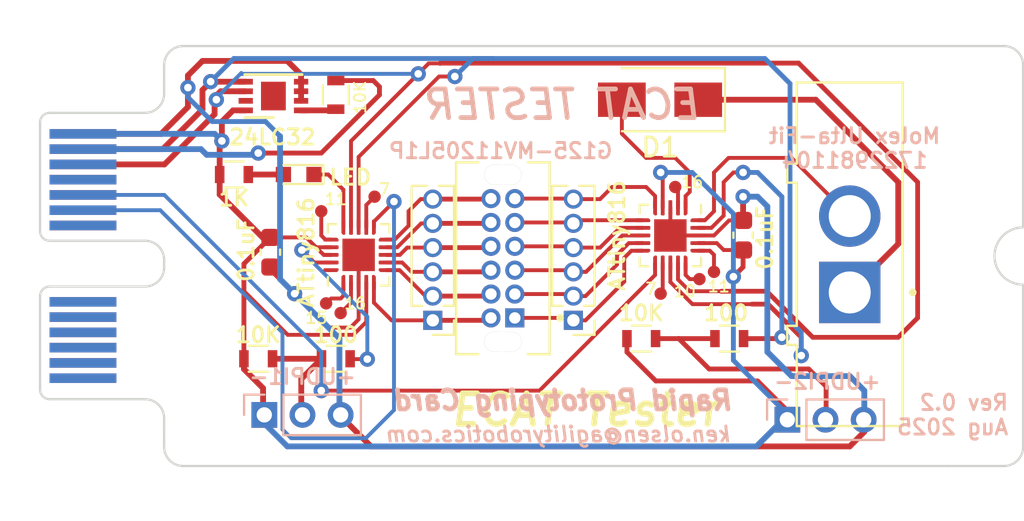
<source format=kicad_pcb>
(kicad_pcb (version 20211014) (generator pcbnew)
  (title_block (title "Beetje 32U4 Blok") (date "2018-08-10") (rev "0.0") (company "www.MakersBox.us") (comment 1 "648.ken@gmail.com"))
  (layers (0 "F.Cu" signal) (31 "B.Cu" signal) (34 "B.Paste" user) (35 "F.Paste" user) (36 "B.SilkS" user "B.Silkscreen") (37 "F.SilkS" user "F.Silkscreen") (38 "B.Mask" user) (39 "F.Mask" user) (44 "Edge.Cuts" user))
  (net 0 "")
  (net 1 "/10")
  (net 2 "/04")
  (net 3 "/05")
  (net 4 "/06")
  (net 5 "/07")
  (net 6 "/08")
  (net 7 "/09")
  (net 8 "/11")
  (net 9 "/12")
  (net 10 "/18")
  (net 11 "/19")
  (net 12 "/20")
  (net 13 "/03")
  (net 14 "GND")
  (net 15 "+5V")
  (net 16 "Net-(R1-Pad1)")
  (net 17 "/A")
  (net 19 "Net-(D3-Pad2)")
  (net 20 "Net-(J3-Pad2)")
  (net 21 "/INT")
  (net 22 "/01")
  (net 23 "/02")
  (net 24 "/13")
  (net 25 "/14")
  (net 26 "/15")
  (net 27 "/16")
  (net 28 "/17")
  (net 29 "Net-(D3-Pad1)")
  (net 30 "/SCL")
  (net 31 "/SDA")
  (net 32 "/L1_A")
  (net 33 "/PWR1")
  (net 34 "/GND1")
  (net 35 "/GND2")
  (net 36 "/L1_B")
  (net 37 "Net-(D1-Pad1)")
  (net 38 "Net-(J11-Pad1)")
  (net 39 "/L2_A")
  (net 40 "/L2_B")
  (net 41 "/T1_A")
  (net 42 "/T1_B")
  (net 43 "/T2_A")
  (net 44 "/T2_B")
  (net 45 "/STO2")
  (net 46 "/STO1")
  (net 47 "Net-(J2-Pad2)")
  (net 48 "Net-(J7-Pad1)")
  (net 49 "Net-(J10-Pad1)")
  (net 50 "/STO2RET")
  (net 51 "/STO1RET")
  (net 52 "/UDPI2")
  (net 53 "/UDPI1")
  (net 54 "Net-(J8-Pad1)")
  (net 55 "Net-(J9-Pad1)")
  (net 56 "Net-(J12-Pad1)")
  (net 57 "Net-(J13-Pad1)")
  (net 58 "Net-(J14-Pad1)")
  (footprint "footprints:MEC8-113-CARD_2" (layer "F.Cu") (at 115.062 114.454 90)
    (fp_text reference "X0")
    (fp_text value "Card Edge")
    (fp_line (start 8.4 0.5) (end 8.4 5.5) (layer "Edge.Cuts") (width 0.12))
    (fp_line (start 1 6.5) (end 1.5 6.5) (layer "Edge.Cuts") (width 0.12))
    (fp_line (start 8.5 51.5) (end 1 51.5) (layer "Edge.Cuts") (width 0.12))
    (fp_line (start 17.5 0.5) (end 17.5 5.5) (layer "Edge.Cuts") (width 0.12))
    (fp_line (start 19 51.5) (end 20 51.5) (layer "Edge.Cuts") (width 0.12))
    (fp_line (start 2.5 0.5) (end 2.5 5.5) (layer "Edge.Cuts") (width 0.12))
    (fp_line (start 19 6.5) (end 20 6.5) (layer "Edge.Cuts") (width 0.12))
    (fp_line (start 17 0) (end 11.3 0) (layer "Edge.Cuts") (width 0.12))
    (fp_line (start 3 0) (end 7.9 0) (layer "Edge.Cuts") (width 0.12))
    (fp_line (start 10.8 5.5) (end 10.8 0.5) (layer "Edge.Cuts") (width 0.12))
    (fp_line (start 21 50.5) (end 21 47.5) (layer "Edge.Cuts") (width 0.12))
    (fp_line (start 0 6.5) (end 1 6.5) (layer "Edge.Cuts") (width 0.12))
    (fp_line (start -1 47.5) (end -1 7.5) (layer "Edge.Cuts") (width 0.12))
    (fp_line (start -1 50.5) (end -1 47.5) (layer "Edge.Cuts") (width 0.12))
    (fp_line (start 0 51.5) (end 1 51.5) (layer "Edge.Cuts") (width 0.12))
    (fp_line (start 9.4 6.5) (end 9.8 6.5) (layer "Edge.Cuts") (width 0.12))
    (fp_line (start 11.5 51.5) (end 19 51.5) (layer "Edge.Cuts") (width 0.12))
    (fp_line (start 18.5 6.5) (end 19 6.5) (layer "Edge.Cuts") (width 0.12))
    (fp_line (start 21 7.5) (end 21 47.5) (layer "Edge.Cuts") (width 0.12))
    (fp_arc (start 18.5 6.5) (mid 17.792893 6.207107) (end 17.5 5.5) (layer "Edge.Cuts") (width 0.12))
    (fp_arc (start 2.5 0.5) (mid 2.646447 0.146447) (end 3 0) (layer "Edge.Cuts") (width 0.12))
    (fp_arc (start 7.9 0) (mid 8.253553 0.146447) (end 8.4 0.5) (layer "Edge.Cuts") (width 0.12))
    (fp_arc (start 17 0) (mid 17.353553 0.146447) (end 17.5 0.5) (layer "Edge.Cuts") (width 0.12))
    (fp_arc (start -1 7.5) (mid -0.707107 6.792893) (end 0 6.5) (layer "Edge.Cuts") (width 0.12))
    (fp_arc (start 8.5 51.5) (mid 10 50) (end 11.5 51.5) (layer "Edge.Cuts") (width 0.12))
    (fp_arc (start 10.8 0.5) (mid 10.946447 0.146447) (end 11.3 0) (layer "Edge.Cuts") (width 0.12))
    (fp_arc (start 21 50.5) (mid 20.707107 51.207107) (end 20 51.5) (layer "Edge.Cuts") (width 0.12))
    (fp_arc (start 10.8 5.5) (mid 10.507107 6.207107) (end 9.8 6.5) (layer "Edge.Cuts") (width 0.12))
    (fp_arc (start 20 6.5) (mid 20.707107 6.792893) (end 21 7.5) (layer "Edge.Cuts") (width 0.12))
    (fp_arc (start 9.4 6.5) (mid 8.692893 6.207107) (end 8.4 5.5) (layer "Edge.Cuts") (width 0.12))
    (fp_arc (start 2.5 5.5) (mid 2.207107 6.207107) (end 1.5 6.5) (layer "Edge.Cuts") (width 0.12))
    (fp_arc (start 0 51.5) (mid -0.707107 51.207107) (end -1 50.5) (layer "Edge.Cuts") (width 0.12))
  )
  (footprint "Capacitor_SMD:C_0603_1608Metric" (layer "F.Cu") (at 127.127 104.254 -90)
    (fp_text reference "C1" hide)
    (fp_text value "0.1uF")
  )
  (footprint "footprints:LED_0603" (layer "F.Cu") (at 128.612 100.184 180)
    (fp_text reference "D3" hide)
    (fp_text value "LED")
  )
  (footprint "footprints:R_0603" (layer "F.Cu") (at 126.492 109.836 180)
    (fp_text reference "R5")
    (fp_text value "10K")
  )
  (footprint "Package_DFN_QFN:VQFN-20-1EP_3x3mm_P0.4mm_EP1.7x1.7mm" (layer "F.Cu") (at 131.752 104.394 90)
    (fp_text reference "U3" hide)
    (fp_text value "ATtiny816")
  )
  (footprint "footprints:R_0603" (layer "F.Cu") (at 130.556 109.836 180)
    (fp_text reference "R4")
    (fp_text value "100")
  )
  (footprint "footprints:R_0603" (layer "F.Cu") (at 130.556 96.012 90)
    (fp_text reference "R1")
    (fp_text value "10K")
  )
  (footprint "footprints:R_0603" (layer "F.Cu") (at 125.222 100.184 180)
    (fp_text reference "R7")
    (fp_text value "1K")
  )
  (footprint "footprints:DFN-8-1EP_3x2mm" (layer "F.Cu") (at 127.287 96.073 180)
    (fp_text reference "U1" hide)
    (fp_text value "24LC32")
  )
  (footprint "Capacitor_SMD:C_0603_1608Metric" (layer "F.Cu") (at 151.892 103.363 90)
    (fp_text reference "C2" hide)
    (fp_text value "0.1uF")
  )
  (footprint "footprints:HARWIN_M80-5000000M1-02-PM1-00-000" (layer "F.Cu") (at 157.48 104.362 -90)
    (fp_text reference "J1" hide)
    (fp_text value "M80")
  )
  (footprint "footprints:TestPoint_Pad_D0.65mm" (layer "F.Cu") (at 129.794 102.108)
    (fp_text reference "J8" hide)
    (fp_text value "11")
  )
  (footprint "footprints:TestPoint_Pad_D0.65mm" (layer "F.Cu") (at 130.048 106.934)
    (fp_text reference "J7" hide)
    (fp_text value "15")
  )
  (footprint "footprints:TestPoint_Pad_D0.65mm" (layer "F.Cu") (at 149.606 105.664)
    (fp_text reference "J11" hide)
    (fp_text value "10")
  )
  (footprint "footprints:R_0603" (layer "F.Cu") (at 151.168 108.78 180)
    (fp_text reference "R2")
    (fp_text value "100")
  )
  (footprint "footprints:TestPoint_Pad_D0.65mm" (layer "F.Cu") (at 148.336 100.838)
    (fp_text reference "J13" hide)
    (fp_text value "16")
  )
  (footprint "footprints:TestPoint_Pad_D0.65mm" (layer "F.Cu") (at 150.368 105.283)
    (fp_text reference "J12" hide)
    (fp_text value "11")
  )
  (footprint "Connector_PinHeader_1.27mm:PinHeader_1x06_P1.27mm_Vertical" (layer "F.Cu") (at 143.002 107.823 180)
    (fp_text reference "J15" hide)
    (fp_text value "TPs")
  )
  (footprint "footprints:R_0603" (layer "F.Cu") (at 146.558 108.78 180)
    (fp_text reference "R3")
    (fp_text value "10K")
  )
  (footprint "footprints:HARWIN_G125-MV11205L1P" (layer "F.Cu") (at 139.309 104.571 90)
    (fp_text reference "J16")
    (fp_text value "GECKO 12P")
    (fp_line (start -3.85 -0.45) (end -3.85 0.45) (layer "Edge.Cuts") (width 0.01))
    (fp_line (start -4.9 0.45) (end -4.9 -0.45) (layer "Edge.Cuts") (width 0.01))
    (fp_line (start 3.85 0.45) (end 3.85 -0.45) (layer "Edge.Cuts") (width 0.01))
    (fp_line (start 4.9 -0.45) (end 4.9 0.45) (layer "Edge.Cuts") (width 0.01))
    (fp_arc (start 4.9 0.45) (mid 4.746231 0.821231) (end 4.375 0.975) (layer "Edge.Cuts") (width 0.01))
    (fp_arc (start -4.375 0.975) (mid -4.746231 0.821231) (end -4.9 0.45) (layer "Edge.Cuts") (width 0.01))
    (fp_arc (start -4.375 -0.975) (mid -4.003769 -0.821231) (end -3.85 -0.45) (layer "Edge.Cuts") (width 0.01))
    (fp_arc (start -4.9 -0.45) (mid -4.746231 -0.821231) (end -4.375 -0.975) (layer "Edge.Cuts") (width 0.01))
    (fp_arc (start 4.375 0.975) (mid 4.003769 0.821231) (end 3.85 0.45) (layer "Edge.Cuts") (width 0.01))
    (fp_arc (start 4.375 -0.975) (mid 4.746231 -0.821231) (end 4.9 -0.45) (layer "Edge.Cuts") (width 0.01))
    (fp_arc (start 3.85 -0.45) (mid 4.003769 -0.821231) (end 4.375 -0.975) (layer "Edge.Cuts") (width 0.01))
    (fp_arc (start -3.85 0.45) (mid -4.003769 0.821231) (end -4.375 0.975) (layer "Edge.Cuts") (width 0.01))
  )
  (footprint "Package_DFN_QFN:VQFN-20-1EP_3x3mm_P0.4mm_EP1.7x1.7mm" (layer "F.Cu") (at 148.082 103.378 -90)
    (fp_text reference "U2" hide)
    (fp_text value "ATtiny816")
  )
  (footprint "footprints:TestPoint_Pad_D0.65mm" (layer "F.Cu") (at 130.81 107.442)
    (fp_text reference "J9" hide)
    (fp_text value "16")
  )
  (footprint "Connector_PinHeader_1.27mm:PinHeader_1x06_P1.27mm_Vertical" (layer "F.Cu") (at 135.636 107.823 180)
    (fp_text reference "J18" hide)
    (fp_text value "Conn_01x06")
  )
  (footprint "footprints:TestPoint_Pad_D0.65mm" (layer "F.Cu") (at 132.588 101.346)
    (fp_text reference "J10" hide)
    (fp_text value "7")
  )
  (footprint "footprints:D_SMA" (layer "F.Cu") (at 147.542 96.266 180)
    (fp_text reference "D1")
    (fp_text value "SS14")
  )
  (footprint "footprints:TestPoint_Pad_D0.65mm" (layer "F.Cu") (at 147.574 106.426)
    (fp_text reference "J14" hide)
    (fp_text value "7")
  )
  (footprint "Connector_PinHeader_2.00mm:PinHeader_1x03_P2.00mm_Vertical" (layer "B.Cu") (at 126.81 112.776 -90)
    (fp_text reference "J3" hide)
    (fp_text value "+UDPI1-")
  )
  (footprint "Connector_PinHeader_2.00mm:PinHeader_1x03_P2.00mm_Vertical" (layer "B.Cu") (at 154.21 113.03 -90)
    (fp_text reference "J2" hide)
    (fp_text value "+UDPI2-")
  )
  (gr_text "ken.olsen@agilityrobotics.com" (at 142.24 113.792) (layer "B.SilkS") (effects (font (size 0.8 0.8) (thickness 0.15) italic) (justify mirror)))
  (gr_text "ECAT TESTER" (at 142.494 96.52) (layer "B.SilkS") (effects (font (size 1.5 1.5) (thickness 0.25) italic) (justify mirror)))
  (gr_text "Rev 0.2\nAug 2025" (at 165.862 112.776) (layer "B.SilkS") (effects (font (size 0.8 0.8)) (justify left mirror)))
  (gr_text "Rapid Prototyping Card" (at 142.494 112.014) (layer "B.SilkS") (effects (font (size 1 1) (thickness 0.25) italic) (justify mirror)))
  (gr_text "Molex Ulta-Fit\n1722981104" (at 157.734 98.806) (layer "B.SilkS") (effects (font (size 0.8 0.8)) (justify mirror)))
  (gr_text "\nG125-MV11205L1P" (at 139.192 98.298) (layer "B.SilkS") (effects (font (size 0.8 0.8)) (justify mirror)))
  (gr_text "ECAT Tester" (at 143.637 112.522) (layer "F.SilkS") (effects (font (size 1.6 1.6) (thickness 0.3) italic)))
  (segment (start 132.552 102.944) (end 132.552 102.652) (width 0.2032) (layer "F.Cu") (net 6))
  (segment (start 132.552 102.652) (end 133.604 101.6) (width 0.2032) (layer "F.Cu") (net 6))
  (via (at 133.604 101.6) (size 0.8) (drill 0.4) (layers "F.Cu" "B.Cu") (net 6))
  (segment (start 127.762 113.538) (end 128.222 113.998) (width 0.2032) (layer "B.Cu") (net 6))
  (segment (start 132.128 113.998) (end 133.604 112.522) (width 0.2032) (layer "B.Cu") (net 6))
  (segment (start 127.762 108.458) (end 127.762 113.538) (width 0.2032) (layer "B.Cu") (net 6))
  (segment (start 128.222 113.998) (end 132.128 113.998) (width 0.2032) (layer "B.Cu") (net 6))
  (segment (start 117.312 102.054) (end 121.358 102.054) (width 0.2032) (layer "B.Cu") (net 6))
  (segment (start 133.604 112.522) (end 133.604 101.6) (width 0.2032) (layer "B.Cu") (net 6))
  (segment (start 121.358 102.054) (end 127.762 108.458) (width 0.2032) (layer "B.Cu") (net 6))
  (segment (start 147.282 105.448) (end 141.224 111.506) (width 0.2032) (layer "F.Cu") (net 7))
  (segment (start 147.282 104.828) (end 147.282 105.448) (width 0.2032) (layer "F.Cu") (net 7))
  (segment (start 141.224 111.506) (end 129.794 111.506) (width 0.2032) (layer "F.Cu") (net 7))
  (via (at 129.794 111.506) (size 0.8) (drill 0.4) (layers "F.Cu" "B.Cu") (net 7))
  (segment (start 117.312 101.254) (end 121.574 101.254) (width 0.2032) (layer "B.Cu") (net 7))
  (segment (start 129.794 109.474) (end 129.794 111.506) (width 0.2032) (layer "B.Cu") (net 7))
  (segment (start 121.574 101.254) (end 129.794 109.474) (width 0.2032) (layer "B.Cu") (net 7))
  (segment (start 148.082 101.928) (end 148.082 103.378) (width 0.2032) (layer "F.Cu") (net 14))
  (segment (start 151.892 102.588) (end 151.892 101.346) (width 0.3048) (layer "F.Cu") (net 14))
  (segment (start 128.737 95.823) (end 128.737 96.323) (width 0.3048) (layer "F.Cu") (net 14))
  (segment (start 158.242 112.776) (end 158.242 113.665) (width 0.3048) (layer "F.Cu") (net 14))
  (segment (start 149.532 103.378) (end 148.082 103.378) (width 0.2032) (layer "F.Cu") (net 14))
  (segment (start 122.809 94.996) (end 123.571 94.234) (width 0.3048) (layer "F.Cu") (net 14))
  (segment (start 127.127 105.029) (end 127.127 105.156) (width 0.254) (layer "F.Cu") (net 14))
  (segment (start 128.737 95.323) (end 128.737 95.823) (width 0.3048) (layer "F.Cu") (net 14))
  (segment (start 131.752 105.844) (end 131.752 107.77) (width 0.2032) (layer "F.Cu") (net 14))
  (segment (start 123.571 94.234) (end 128.016 94.234) (width 0.3048) (layer "F.Cu") (net 14))
  (segment (start 130.175 108.204) (end 128.397 106.426) (width 0.2032) (layer "F.Cu") (net 14))
  (segment (start 128.737 94.955) (end 128.737 95.323) (width 0.3048) (layer "F.Cu") (net 14))
  (segment (start 149.532 103.378) (end 150.368 103.378) (width 0.2032) (layer "F.Cu") (net 14))
  (segment (start 150.368 103.378) (end 151.158 102.588) (width 0.2032) (layer "F.Cu") (net 14))
  (segment (start 157.48 114.427) (end 132.397 114.427) (width 0.3048) (layer "F.Cu") (net 14))
  (segment (start 131.752 107.77) (end 131.318 108.204) (width 0.2032) (layer "F.Cu") (net 14))
  (segment (start 121.402 98.054) (end 122.809 96.647) (width 0.3048) (layer "F.Cu") (net 14))
  (segment (start 151.158 102.588) (end 151.892 102.588) (width 0.2032) (layer "F.Cu") (net 14))
  (segment (start 117.312 98.054) (end 121.402 98.054) (width 0.3048) (layer "F.Cu") (net 14))
  (segment (start 122.809 96.647) (end 122.809 94.996) (width 0.3048) (layer "F.Cu") (net 14))
  (segment (start 128.016 94.234) (end 128.737 94.955) (width 0.3048) (layer "F.Cu") (net 14))
  (segment (start 131.752 105.844) (end 131.752 104.394) (width 0.2032) (layer "F.Cu") (net 14))
  (segment (start 131.318 108.204) (end 130.175 108.204) (width 0.2032) (layer "F.Cu") (net 14))
  (segment (start 158.242 113.665) (end 157.48 114.427) (width 0.3048) (layer "F.Cu") (net 14))
  (segment (start 127.127 105.156) (end 128.397 106.426) (width 0.254) (layer "F.Cu") (net 14))
  (segment (start 132.397 114.427) (end 130.746 112.776) (width 0.3048) (layer "F.Cu") (net 14))
  (via (at 128.397 106.426) (size 0.8) (drill 0.4) (layers "F.Cu" "B.Cu") (net 14))
  (via (at 122.809 95.631) (size 0.8) (drill 0.4) (layers "F.Cu" "B.Cu") (net 14))
  (via (at 151.892 101.346) (size 0.8) (drill 0.4) (layers "F.Cu" "B.Cu") (net 14))
  (segment (start 158.242 111.506) (end 158.242 112.776) (width 0.3048) (layer "B.Cu") (net 14))
  (segment (start 127.635 98.171) (end 127.635 105.664) (width 0.3048) (layer "B.Cu") (net 14))
  (segment (start 127.635 105.664) (end 128.397 106.426) (width 0.3048) (layer "B.Cu") (net 14))
  (segment (start 153.162 101.854) (end 153.162 109.474) (width 0.3048) (layer "B.Cu") (net 14))
  (segment (start 130.746 108.775) (end 130.746 112.776) (width 0.3048) (layer "B.Cu") (net 14))
  (segment (start 128.397 106.426) (end 130.746 108.775) (width 0.3048) (layer "B.Cu") (net 14))
  (segment (start 152.654 101.346) (end 153.162 101.854) (width 0.3048) (layer "B.Cu") (net 14))
  (segment (start 153.162 109.474) (end 154.432 110.744) (width 0.3048) (layer "B.Cu") (net 14))
  (segment (start 126.873 97.409) (end 127.635 98.171) (width 0.254) (layer "B.Cu") (net 14))
  (segment (start 122.809 96.139) (end 124.079 97.409) (width 0.254) (layer "B.Cu") (net 14))
  (segment (start 122.809 95.631) (end 122.809 96.139) (width 0.254) (layer "B.Cu") (net 14))
  (segment (start 151.892 101.346) (end 152.654 101.346) (width 0.3048) (layer "B.Cu") (net 14))
  (segment (start 157.48 110.744) (end 158.242 111.506) (width 0.3048) (layer "B.Cu") (net 14))
  (segment (start 154.432 110.744) (end 157.48 110.744) (width 0.3048) (layer "B.Cu") (net 14))
  (segment (start 124.079 97.409) (end 126.873 97.409) (width 0.254) (layer "B.Cu") (net 14))
  (segment (start 147.682 100.184) (end 147.574 100.076) (width 0.2032) (layer "F.Cu") (net 15))
  (segment (start 126.72 103.479) (end 127.127 103.479) (width 0.3048) (layer "F.Cu") (net 15))
  (segment (start 150.876 104.14) (end 151.89 104.14) (width 0.2032) (layer "F.Cu") (net 15))
  (segment (start 132.152 105.844) (end 132.152 107.904856) (width 0.2032) (layer "F.Cu") (net 15))
  (segment (start 124.587 97.409) (end 125.173 96.823) (width 0.3048) (layer "F.Cu") (net 15))
  (segment (start 128.037201 108.582201) (end 125.742 106.287) (width 0.2032) (layer "F.Cu") (net 15))
  (segment (start 125.742 109.836) (end 125.742 106.438) (width 0.254) (layer "F.Cu") (net 15))
  (segment (start 126.746 111.379) (end 126.746 112.776) (width 0.3048) (layer "F.Cu") (net 15))
  (segment (start 125.742 109.836) (end 125.742 110.375) (width 0.3048) (layer "F.Cu") (net 15))
  (segment (start 125.173 96.823) (end 125.837 96.823) (width 0.3048) (layer "F.Cu") (net 15))
  (segment (start 131.474655 108.582201) (end 128.037201 108.582201) (width 0.2032) (layer "F.Cu") (net 15))
  (segment (start 151.892 104.138) (end 151.892 105.029) (width 0.254) (layer "F.Cu") (net 15))
  (segment (start 125.742 106.287) (end 125.742 104.864) (width 0.254) (layer "F.Cu") (net 15))
  (segment (start 129.921 104.394) (end 129.521 103.994) (width 0.2032) (layer "F.Cu") (net 15))
  (segment (start 154.242 112.586) (end 154.242 112.776) (width 0.254) (layer "F.Cu") (net 15))
  (segment (start 132.152 107.904856) (end 131.474655 108.582201) (width 0.2032) (layer "F.Cu") (net 15))
  (segment (start 124.587 98.425) (end 124.587 97.409) (width 0.3048) (layer "F.Cu") (net 15))
  (segment (start 124.472 100.184) (end 124.472 98.54) (width 0.3048) (layer "F.Cu") (net 15))
  (segment (start 129.521 103.994) (end 129.006 103.479) (width 0.2032) (layer "F.Cu") (net 15))
  (segment (start 124.472 100.184) (end 124.472 101.231) (width 0.3048) (layer "F.Cu") (net 15))
  (segment (start 149.532 103.778) (end 150.514 103.778) (width 0.2032) (layer "F.Cu") (net 15))
  (segment (start 124.472 101.231) (end 126.72 103.479) (width 0.3048) (layer "F.Cu") (net 15))
  (segment (start 147.682 101.928) (end 147.682 100.184) (width 0.2032) (layer "F.Cu") (net 15))
  (segment (start 151.89 104.14) (end 151.892 104.138) (width 0.2032) (layer "F.Cu") (net 15))
  (segment (start 145.808 108.78) (end 145.808 109.486) (width 0.254) (layer "F.Cu") (net 15))
  (segment (start 125.742 110.375) (end 126.746 111.379) (width 0.3048) (layer "F.Cu") (net 15))
  (segment (start 147.32 110.998) (end 152.654 110.998) (width 0.254) (layer "F.Cu") (net 15))
  (segment (start 125.742 106.438) (end 125.742 106.287) (width 0.254) (layer "F.Cu") (net 15))
  (segment (start 129.006 103.479) (end 127.127 103.479) (width 0.2032) (layer "F.Cu") (net 15))
  (segment (start 130.302 103.994) (end 129.521 103.994) (width 0.2032) (layer "F.Cu") (net 15))
  (segment (start 152.654 110.998) (end 154.242 112.586) (width 0.254) (layer "F.Cu") (net 15))
  (segment (start 124.472 98.54) (end 124.587 98.425) (width 0.3048) (layer "F.Cu") (net 15))
  (segment (start 130.302 104.394) (end 129.921 104.394) (width 0.2032) (layer "F.Cu") (net 15))
  (segment (start 145.808 109.486) (end 147.32 110.998) (width 0.254) (layer "F.Cu") (net 15))
  (segment (start 125.742 104.864) (end 127.127 103.479) (width 0.254) (layer "F.Cu") (net 15))
  (segment (start 150.514 103.778) (end 150.876 104.14) (width 0.2032) (layer "F.Cu") (net 15))
  (segment (start 151.892 105.029) (end 151.384 105.537) (width 0.254) (layer "F.Cu") (net 15))
  (via (at 124.587 98.425) (size 0.8) (drill 0.4) (layers "F.Cu" "B.Cu") (net 15))
  (via (at 151.384 105.537) (size 0.8) (drill 0.4) (layers "F.Cu" "B.Cu") (net 15))
  (via (at 147.574 100.076) (size 0.8) (drill 0.4) (layers "F.Cu" "B.Cu") (net 15))
  (segment (start 151.384 102.235) (end 151.384 105.537) (width 0.254) (layer "B.Cu") (net 15))
  (segment (start 117.312 98.054) (end 124.216 98.054) (width 0.3048) (layer "B.Cu") (net 15))
  (segment (start 128.016 114.427) (end 152.591 114.427) (width 0.3048) (layer "B.Cu") (net 15))
  (segment (start 151.384 105.537) (end 151.384 109.918) (width 0.254) (layer "B.Cu") (net 15))
  (segment (start 126.746 113.157) (end 128.016 114.427) (width 0.3048) (layer "B.Cu") (net 15))
  (segment (start 151.384 109.918) (end 154.242 112.776) (width 0.254) (layer "B.Cu") (net 15))
  (segment (start 152.591 114.427) (end 154.242 112.776) (width 0.3048) (layer "B.Cu") (net 15))
  (segment (start 149.225 100.076) (end 151.384 102.235) (width 0.254) (layer "B.Cu") (net 15))
  (segment (start 124.216 98.054) (end 124.587 98.425) (width 0.3048) (layer "B.Cu") (net 15))
  (segment (start 126.746 112.776) (end 126.746 113.157) (width 0.3048) (layer "B.Cu") (net 15))
  (segment (start 147.574 100.076) (end 149.225 100.076) (width 0.254) (layer "B.Cu") (net 15))
  (segment (start 128.737 96.823) (end 130.495 96.823) (width 0.3048) (layer "F.Cu") (net 16))
  (segment (start 130.495 96.823) (end 130.556 96.762) (width 0.3048) (layer "F.Cu") (net 16))
  (segment (start 132.842 96.012) (end 129.794 99.06) (width 0.254) (layer "F.Cu") (net 17))
  (segment (start 132.5178 95.262) (end 132.842 95.5862) (width 0.254) (layer "F.Cu") (net 17))
  (segment (start 132.842 95.5862) (end 132.842 96.012) (width 0.254) (layer "F.Cu") (net 17))
  (segment (start 130.556 95.262) (end 132.5178 95.262) (width 0.254) (layer "F.Cu") (net 17))
  (segment (start 129.794 99.06) (end 126.492 99.06) (width 0.254) (layer "F.Cu") (net 17))
  (via (at 126.492 99.06) (size 0.8) (drill 0.4) (layers "F.Cu" "B.Cu") (net 17))
  (segment (start 123.492 98.854) (end 123.7904 99.1524) (width 0.3048) (layer "B.Cu") (net 17))
  (segment (start 123.7904 99.1524) (end 126.3996 99.1524) (width 0.3048) (layer "B.Cu") (net 17))
  (segment (start 126.3996 99.1524) (end 126.492 99.06) (width 0.3048) (layer "B.Cu") (net 17))
  (segment (start 117.312 98.854) (end 123.492 98.854) (width 0.3048) (layer "B.Cu") (net 17))
  (segment (start 125.972 100.184) (end 127.812 100.184) (width 0.3048) (layer "F.Cu") (net 19))
  (segment (start 128.746 110.896) (end 129.806 109.836) (width 0.3048) (layer "F.Cu") (net 20))
  (segment (start 128.746 112.776) (end 128.746 110.896) (width 0.3048) (layer "F.Cu") (net 20))
  (segment (start 127.242 109.836) (end 129.806 109.836) (width 0.3048) (layer "F.Cu") (net 20))
  (segment (start 130.952 100.98) (end 130.156 100.184) (width 0.2032) (layer "F.Cu") (net 29))
  (segment (start 130.952 102.944) (end 130.952 100.98) (width 0.2032) (layer "F.Cu") (net 29))
  (segment (start 130.156 100.184) (end 129.412 100.184) (width 0.2032) (layer "F.Cu") (net 29))
  (segment (start 157.734 97.282) (end 154.800125 94.348125) (width 0.254) (layer "F.Cu") (net 30))
  (segment (start 154.800125 94.348125) (end 136.029875 94.348125) (width 0.254) (layer "F.Cu") (net 30))
  (segment (start 121.58 99.654) (end 124.206 97.028) (width 0.3048) (layer "F.Cu") (net 30))
  (segment (start 160.02 108.712) (end 155.541041 108.712) (width 0.25) (layer "F.Cu") (net 30))
  (segment (start 157.734 97.282) (end 161.036 100.584) (width 0.25) (layer "F.Cu") (net 30))
  (segment (start 161.036 100.584) (end 161.036 107.696) (width 0.25) (layer "F.Cu") (net 30))
  (segment (start 124.206 96.139) (end 124.206 96.170437) (width 0.2032) (layer "F.Cu") (net 30))
  (segment (start 131.352 98.4321) (end 134.874 94.9101) (width 0.2032) (layer "F.Cu") (net 30))
  (segment (start 153.128041 106.299) (end 150.749 106.299) (width 0.25) (layer "F.Cu") (net 30))
  (segment (start 124.206 96.170437) (end 124.2979 96.262337) (width 0.2032) (layer "F.Cu") (net 30))
  (segment (start 136.029875 94.348125) (end 136.017 94.361) (width 0.254) (layer "F.Cu") (net 30))
  (segment (start 124.206 96.139) (end 124.522 95.823) (width 0.3048) (layer "F.Cu") (net 30))
  (segment (start 155.541041 108.712) (end 153.128041 106.299) (width 0.25) (layer "F.Cu") (net 30))
  (segment (start 131.352 102.944) (end 131.352 98.4321) (width 0.2032) (layer "F.Cu") (net 30))
  (segment (start 124.206 97.028) (end 124.206 96.139) (width 0.3048) (layer "F.Cu") (net 30))
  (segment (start 148.482 105.683) (end 148.482 104.828) (width 0.2032) (layer "F.Cu") (net 30))
  (segment (start 150.749 106.299) (end 149.098 106.299) (width 0.2032) (layer "F.Cu") (net 30))
  (segment (start 134.874 94.9101) (end 135.4231 94.361) (width 0.2032) (layer "F.Cu") (net 30))
  (segment (start 124.522 95.823) (end 125.837 95.823) (width 0.3048) (layer "F.Cu") (net 30))
  (segment (start 117.312 99.654) (end 121.58 99.654) (width 0.3048) (layer "F.Cu") (net 30))
  (segment (start 149.098 106.299) (end 148.482 105.683) (width 0.2032) (layer "F.Cu") (net 30))
  (segment (start 161.036 107.696) (end 160.02 108.712) (width 0.25) (layer "F.Cu") (net 30))
  (segment (start 135.4231 94.361) (end 136.017 94.361) (width 0.2032) (layer "F.Cu") (net 30))
  (via (at 134.874 94.9101) (size 0.8) (drill 0.4) (layers "F.Cu" "B.Cu") (net 30))
  (via (at 124.2979 96.262337) (size 0.8) (drill 0.4) (layers "F.Cu" "B.Cu") (net 30))
  (segment (start 125.6441 94.9101) (end 134.874 94.9101) (width 0.2032) (layer "B.Cu") (net 30))
  (segment (start 124.2979 96.1741) (end 125.603 94.869) (width 0.2032) (layer "B.Cu") (net 30))
  (segment (start 125.603 94.869) (end 125.6441 94.9101) (width 0.2032) (layer "B.Cu") (net 30))
  (segment (start 124.2979 96.262337) (end 124.2979 96.1741) (width 0.2032) (layer "B.Cu") (net 30))
  (segment (start 131.752 99.261) (end 135.962875 95.050125) (width 0.2032) (layer "F.Cu") (net 31))
  (segment (start 124.006 95.323) (end 125.837 95.323) (width 0.3048) (layer "F.Cu") (net 31))
  (segment (start 153.2031 106.9751) (end 154.94 108.712) (width 0.25) (layer "F.Cu") (net 31))
  (segment (start 121.491 98.854) (end 123.571 96.774) (width 0.3048) (layer "F.Cu") (net 31))
  (segment (start 117.312 98.854) (end 121.491 98.854) (width 0.3048) (layer "F.Cu") (net 31))
  (segment (start 148.082 104.828) (end 148.082 105.817856) (width 0.2032) (layer "F.Cu") (net 31))
  (segment (start 124.005813 95.323) (end 123.99991 95.317097) (width 0.2032) (layer "F.Cu") (net 31))
  (segment (start 152.3589 106.9751) (end 153.2031 106.9751) (width 0.25) (layer "F.Cu") (net 31))
  (segment (start 149.239244 106.9751) (end 152.3589 106.9751) (width 0.2032) (layer "F.Cu") (net 31))
  (segment (start 135.962875 95.050125) (end 136.792025 95.050125) (width 0.2032) (layer "F.Cu") (net 31))
  (segment (start 131.752 102.944) (end 131.752 99.261) (width 0.2032) (layer "F.Cu") (net 31))
  (segment (start 124.006 95.323) (end 124.005813 95.323) (width 0.2032) (layer "F.Cu") (net 31))
  (segment (start 123.571 95.758) (end 124.006 95.323) (width 0.3048) (layer "F.Cu") (net 31))
  (segment (start 148.082 105.817856) (end 149.239244 106.9751) (width 0.2032) (layer "F.Cu") (net 31))
  (segment (start 123.571 96.774) (end 123.571 95.758) (width 0.3048) (layer "F.Cu") (net 31))
  (segment (start 154.94 108.712) (end 154.94 109.6705) (width 0.25) (layer "F.Cu") (net 31))
  (via (at 136.792025 95.050125) (size 0.8) (drill 0.4) (layers "F.Cu" "B.Cu") (net 31))
  (via (at 154.94 109.6705) (size 0.8) (drill 0.4) (layers "F.Cu" "B.Cu") (net 31))
  (via (at 123.99991 95.317097) (size 0.8) (drill 0.4) (layers "F.Cu" "B.Cu") (net 31))
  (segment (start 138.811 94.107) (end 153.035 94.107) (width 0.254) (layer "B.Cu") (net 31))
  (segment (start 125.210007 94.107) (end 138.811 94.107) (width 0.254) (layer "B.Cu") (net 31))
  (segment (start 154.353 95.425) (end 154.351 95.427) (width 0.25) (layer "B.Cu") (net 31))
  (segment (start 154.351 107.869) (end 154.94 108.458) (width 0.25) (layer "B.Cu") (net 31))
  (segment (start 154.178 95.25) (end 154.353 95.425) (width 0.254) (layer "B.Cu") (net 31))
  (segment (start 137.73515 94.107) (end 136.792025 95.050125) (width 0.254) (layer "B.Cu") (net 31))
  (segment (start 138.811 94.107) (end 137.73515 94.107) (width 0.254) (layer "B.Cu") (net 31))
  (segment (start 153.035 94.107) (end 154.178 95.25) (width 0.254) (layer "B.Cu") (net 31))
  (segment (start 154.351 95.427) (end 154.351 107.869) (width 0.25) (layer "B.Cu") (net 31))
  (segment (start 154.94 108.458) (end 154.94 109.6705) (width 0.25) (layer "B.Cu") (net 31))
  (segment (start 123.99991 95.317097) (end 125.210007 94.107) (width 0.254) (layer "B.Cu") (net 31))
  (segment (start 133.202 104.794) (end 134.030856 104.794) (width 0.2032) (layer "F.Cu") (net 32))
  (segment (start 135.636 105.283) (end 138.597 105.283) (width 0.254) (layer "F.Cu") (net 32))
  (segment (start 138.597 105.283) (end 138.684 105.196) (width 0.254) (layer "F.Cu") (net 32))
  (segment (start 134.030856 104.794) (end 134.519856 105.283) (width 0.2032) (layer "F.Cu") (net 32))
  (segment (start 134.519856 105.283) (end 135.636 105.283) (width 0.2032) (layer "F.Cu") (net 32))
  (segment (start 149.098 100.076) (end 148.336 99.314) (width 0.2032) (layer "F.Cu") (net 33))
  (segment (start 145.542 98.044) (end 146.812 99.314) (width 0.2032) (layer "F.Cu") (net 33))
  (segment (start 146.812 99.314) (end 148.336 99.314) (width 0.2032) (layer "F.Cu") (net 33))
  (segment (start 149.098 101.092) (end 149.098 100.076) (width 0.2032) (layer "F.Cu") (net 33))
  (segment (start 148.882 101.928) (end 148.882 101.308) (width 0.2032) (layer "F.Cu") (net 33))
  (segment (start 145.542 96.266) (end 145.542 98.044) (width 0.2032) (layer "F.Cu") (net 33))
  (segment (start 148.882 101.308) (end 149.098 101.092) (width 0.2032) (layer "F.Cu") (net 33))
  (segment (start 150.368 102.108) (end 150.368 100.076) (width 0.2032) (layer "F.Cu") (net 34))
  (segment (start 151.13 99.314) (end 154.432 99.314) (width 0.2032) (layer "F.Cu") (net 34))
  (segment (start 157.48 102.362) (end 154.432 99.314) (width 0.2032) (layer "F.Cu") (net 34))
  (segment (start 149.532 102.578) (end 149.898 102.578) (width 0.2032) (layer "F.Cu") (net 34))
  (segment (start 149.898 102.578) (end 150.368 102.108) (width 0.2032) (layer "F.Cu") (net 34))
  (segment (start 150.368 100.076) (end 151.13 99.314) (width 0.2032) (layer "F.Cu") (net 34))
  (segment (start 133.911712 104.394) (end 134.292712 104.013) (width 0.2032) (layer "F.Cu") (net 36))
  (segment (start 135.636 104.013) (end 138.617 104.013) (width 0.254) (layer "F.Cu") (net 36))
  (segment (start 138.617 104.013) (end 138.684 103.946) (width 0.254) (layer "F.Cu") (net 36))
  (segment (start 133.202 104.394) (end 133.911712 104.394) (width 0.2032) (layer "F.Cu") (net 36))
  (segment (start 134.292712 104.013) (end 135.636 104.013) (width 0.2032) (layer "F.Cu") (net 36))
  (segment (start 155.702 96.266) (end 160.02 100.584) (width 0.3048) (layer "F.Cu") (net 37))
  (segment (start 160.02 100.584) (end 160.02 103.822) (width 0.3048) (layer "F.Cu") (net 37))
  (segment (start 149.542 96.266) (end 155.702 96.266) (width 0.3048) (layer "F.Cu") (net 37))
  (segment (start 160.02 103.822) (end 157.48 106.362) (width 0.3048) (layer "F.Cu") (net 37))
  (segment (start 148.882 105.448) (end 149.098 105.664) (width 0.2032) (layer "F.Cu") (net 38))
  (segment (start 148.882 104.828) (end 148.882 105.448) (width 0.2032) (layer "F.Cu") (net 38))
  (segment (start 149.098 105.664) (end 149.606 105.664) (width 0.2032) (layer "F.Cu") (net 38))
  (segment (start 135.636 102.743) (end 138.637 102.743) (width 0.254) (layer "F.Cu") (net 39))
  (segment (start 133.776856 103.994) (end 135.027856 102.743) (width 0.2032) (layer "F.Cu") (net 39))
  (segment (start 135.027856 102.743) (end 135.636 102.743) (width 0.2032) (layer "F.Cu") (net 39))
  (segment (start 138.637 102.743) (end 138.684 102.696) (width 0.254) (layer "F.Cu") (net 39))
  (segment (start 133.202 103.994) (end 133.776856 103.994) (width 0.2032) (layer "F.Cu") (net 39))
  (segment (start 135.636 101.473) (end 138.657 101.473) (width 0.254) (layer "F.Cu") (net 40))
  (segment (start 135.001 101.473) (end 134.366 102.108) (width 0.2032) (layer "F.Cu") (net 40))
  (segment (start 133.642 103.594) (end 134.366 102.87) (width 0.2032) (layer "F.Cu") (net 40))
  (segment (start 134.366 102.108) (end 134.366 102.87) (width 0.2032) (layer "F.Cu") (net 40))
  (segment (start 138.657 101.473) (end 138.684 101.446) (width 0.254) (layer "F.Cu") (net 40))
  (segment (start 135.636 101.473) (end 135.001 101.473) (width 0.2032) (layer "F.Cu") (net 40))
  (segment (start 133.202 103.594) (end 133.642 103.594) (width 0.2032) (layer "F.Cu") (net 40))
  (segment (start 145.6662 104.550656) (end 145.6662 105.7938) (width 0.2032) (layer "F.Cu") (net 41))
  (segment (start 143.637 107.823) (end 143.002 107.823) (width 0.2032) (layer "F.Cu") (net 41))
  (segment (start 145.6662 105.7938) (end 143.637 107.823) (width 0.2032) (layer "F.Cu") (net 41))
  (segment (start 142.875 107.696) (end 143.002 107.823) (width 0.2032) (layer "F.Cu") (net 41))
  (segment (start 146.632 104.178) (end 146.038856 104.178) (width 0.2032) (layer "F.Cu") (net 41))
  (segment (start 139.934 107.696) (end 142.875 107.696) (width 0.2032) (layer "F.Cu") (net 41))
  (segment (start 146.038856 104.178) (end 145.6662 104.550656) (width 0.2032) (layer "F.Cu") (net 41))
  (segment (start 142.895 106.446) (end 143.002 106.553) (width 0.2032) (layer "F.Cu") (net 42))
  (segment (start 145.288 104.394) (end 145.288 104.902) (width 0.2032) (layer "F.Cu") (net 42))
  (segment (start 143.637 106.553) (end 143.002 106.553) (width 0.2032) (layer "F.Cu") (net 42))
  (segment (start 139.934 106.446) (end 142.895 106.446) (width 0.2032) (layer "F.Cu") (net 42))
  (segment (start 145.904 103.778) (end 145.288 104.394) (width 0.2032) (layer "F.Cu") (net 42))
  (segment (start 145.288 104.902) (end 143.637 106.553) (width 0.2032) (layer "F.Cu") (net 42))
  (segment (start 146.632 103.778) (end 145.904 103.778) (width 0.2032) (layer "F.Cu") (net 42))
  (segment (start 143.167 102.578) (end 143.002 102.743) (width 0.2032) (layer "F.Cu") (net 43))
  (segment (start 146.632 102.578) (end 143.167 102.578) (width 0.2032) (layer "F.Cu") (net 43))
  (segment (start 142.955 102.696) (end 143.002 102.743) (width 0.2032) (layer "F.Cu") (net 43))
  (segment (start 139.934 102.696) (end 142.955 102.696) (width 0.2032) (layer "F.Cu") (net 43))
  (segment (start 147.282 101.928) (end 147.282 101.308) (width 0.2032) (layer "F.Cu") (net 44))
  (segment (start 146.812 100.838) (end 145.034 100.838) (width 0.2032) (layer "F.Cu") (net 44))
  (segment (start 142.975 101.446) (end 143.002 101.473) (width 0.2032) (layer "F.Cu") (net 44))
  (segment (start 147.282 101.308) (end 146.812 100.838) (width 0.2032) (layer "F.Cu") (net 44))
  (segment (start 145.034 100.838) (end 144.399 101.473) (width 0.2032) (layer "F.Cu") (net 44))
  (segment (start 144.399 101.473) (end 143.002 101.473) (width 0.2032) (layer "F.Cu") (net 44))
  (segment (start 139.934 101.446) (end 142.975 101.446) (width 0.2032) (layer "F.Cu") (net 44))
  (segment (start 135.636 107.823) (end 138.557 107.823) (width 0.254) (layer "F.Cu") (net 45))
  (segment (start 132.552 106.898) (end 133.477 107.823) (width 0.2032) (layer "F.Cu") (net 45))
  (segment (start 132.552 105.844) (end 132.552 106.898) (width 0.2032) (layer "F.Cu") (net 45))
  (segment (start 138.557 107.823) (end 138.684 107.696) (width 0.254) (layer "F.Cu") (net 45))
  (segment (start 133.477 107.823) (end 135.636 107.823) (width 0.2032) (layer "F.Cu") (net 45))
  (segment (start 146.632 103.378) (end 145.568856 103.378) (width 0.2032) (layer "F.Cu") (net 46))
  (segment (start 139.934 105.196) (end 142.915 105.196) (width 0.2032) (layer "F.Cu") (net 46))
  (segment (start 143.663856 105.283) (end 143.002 105.283) (width 0.2032) (layer "F.Cu") (net 46))
  (segment (start 145.568856 103.378) (end 143.663856 105.283) (width 0.2032) (layer "F.Cu") (net 46))
  (segment (start 142.915 105.196) (end 143.002 105.283) (width 0.2032) (layer "F.Cu") (net 46))
  (segment (start 150.114 110.372) (end 155.33 110.372) (width 0.254) (layer "F.Cu") (net 47))
  (segment (start 148.522 108.78) (end 150.114 110.372) (width 0.254) (layer "F.Cu") (net 47))
  (segment (start 155.33 110.372) (end 156.242 111.284) (width 0.254) (layer "F.Cu") (net 47))
  (segment (start 156.242 111.284) (end 156.242 112.776) (width 0.254) (layer "F.Cu") (net 47))
  (segment (start 147.308 108.78) (end 148.522 108.78) (width 0.254) (layer "F.Cu") (net 47))
  (segment (start 148.522 108.78) (end 150.418 108.78) (width 0.254) (layer "F.Cu") (net 47))
  (segment (start 130.952 106.538) (end 130.81 106.68) (width 0.2032) (layer "F.Cu") (net 48))
  (segment (start 130.952 105.844) (end 130.952 106.538) (width 0.2032) (layer "F.Cu") (net 48))
  (segment (start 130.81 106.68) (end 130.302 106.68) (width 0.2032) (layer "F.Cu") (net 48))
  (segment (start 132.152 101.782) (end 132.588 101.346) (width 0.2032) (layer "F.Cu") (net 49))
  (segment (start 132.152 102.944) (end 132.152 101.782) (width 0.2032) (layer "F.Cu") (net 49))
  (segment (start 133.202 105.194) (end 133.896 105.194) (width 0.2032) (layer "F.Cu") (net 50))
  (segment (start 133.896 105.194) (end 135.255 106.553) (width 0.2032) (layer "F.Cu") (net 50))
  (segment (start 135.636 106.553) (end 138.577 106.553) (width 0.254) (layer "F.Cu") (net 50))
  (segment (start 135.255 106.553) (end 135.636 106.553) (width 0.2032) (layer "F.Cu") (net 50))
  (segment (start 138.577 106.553) (end 138.684 106.446) (width 0.254) (layer "F.Cu") (net 50))
  (segment (start 139.934 103.946) (end 142.935 103.946) (width 0.2032) (layer "F.Cu") (net 51))
  (segment (start 142.935 103.946) (end 143.002 104.013) (width 0.2032) (layer "F.Cu") (net 51))
  (segment (start 146.632 102.978) (end 145.434 102.978) (width 0.2032) (layer "F.Cu") (net 51))
  (segment (start 145.434 102.978) (end 144.399 104.013) (width 0.2032) (layer "F.Cu") (net 51))
  (segment (start 144.399 104.013) (end 143.002 104.013) (width 0.2032) (layer "F.Cu") (net 51))
  (segment (start 149.532 102.978) (end 150.233144 102.978) (width 0.2032) (layer "F.Cu") (net 52))
  (segment (start 150.876 102.335144) (end 150.876 100.584) (width 0.2032) (layer "F.Cu") (net 52))
  (segment (start 150.876 100.584) (end 151.384 100.076) (width 0.2032) (layer "F.Cu") (net 52))
  (segment (start 151.918 108.78) (end 153.856 108.78) (width 0.254) (layer "F.Cu") (net 52))
  (segment (start 153.856 108.78) (end 153.924 108.712) (width 0.254) (layer "F.Cu") (net 52))
  (segment (start 150.233144 102.978) (end 150.876 102.335144) (width 0.2032) (layer "F.Cu") (net 52))
  (segment (start 151.384 100.076) (end 151.892 100.076) (width 0.2032) (layer "F.Cu") (net 52))
  (via (at 151.892 100.076) (size 0.8) (drill 0.4) (layers "F.Cu" "B.Cu") (net 52))
  (via (at 153.924 108.712) (size 0.8) (drill 0.4) (layers "F.Cu" "B.Cu") (net 52))
  (segment (start 153.924 101.346) (end 153.924 108.712) (width 0.254) (layer "B.Cu") (net 52))
  (segment (start 152.654 100.076) (end 153.924 101.346) (width 0.254) (layer "B.Cu") (net 52))
  (segment (start 151.892 100.076) (end 152.654 100.076) (width 0.254) (layer "B.Cu") (net 52))
  (segment (start 129.432 104.794) (end 130.302 104.794) (width 0.2032) (layer "F.Cu") (net 53))
  (segment (start 128.778 104.14) (end 129.432 104.794) (width 0.2032) (layer "F.Cu") (net 53))
  (segment (start 131.325 109.855) (end 131.306 109.836) (width 0.2032) (layer "F.Cu") (net 53))
  (segment (start 132.207 109.855) (end 131.325 109.855) (width 0.2032) (layer "F.Cu") (net 53))
  (via (at 128.778 104.14) (size 0.8) (drill 0.4) (layers "F.Cu" "B.Cu") (net 53))
  (via (at 132.207 109.855) (size 0.8) (drill 0.4) (layers "F.Cu" "B.Cu") (net 53))
  (segment (start 132.207 107.636152) (end 128.778 104.207152) (width 0.2032) (layer "B.Cu") (net 53))
  (segment (start 132.207 109.855) (end 132.207 107.636152) (width 0.2032) (layer "B.Cu") (net 53))
  (segment (start 128.778 104.207152) (end 128.778 104.14) (width 0.2032) (layer "B.Cu") (net 53))
  (segment (start 130.01 103.594) (end 129.794 103.378) (width 0.2032) (layer "F.Cu") (net 54))
  (segment (start 129.794 103.378) (end 129.794 102.108) (width 0.2032) (layer "F.Cu") (net 54))
  (segment (start 130.302 103.594) (end 130.01 103.594) (width 0.2032) (layer "F.Cu") (net 54))
  (segment (start 131.352 106.9) (end 130.81 107.442) (width 0.2032) (layer "F.Cu") (net 55))
  (segment (start 131.352 105.844) (end 131.352 106.9) (width 0.2032) (layer "F.Cu") (net 55))
  (segment (start 150.152 104.178) (end 150.368 104.394) (width 0.2032) (layer "F.Cu") (net 56))
  (segment (start 150.368 104.394) (end 150.368 105.283) (width 0.2032) (layer "F.Cu") (net 56))
  (segment (start 149.532 104.178) (end 150.152 104.178) (width 0.2032) (layer "F.Cu") (net 56))
  (segment (start 148.482 101.928) (end 148.482 100.984) (width 0.2032) (layer "F.Cu") (net 57))
  (segment (start 148.482 100.984) (end 148.336 100.838) (width 0.2032) (layer "F.Cu") (net 57))
  (segment (start 147.682 106.318) (end 147.574 106.426) (width 0.2032) (layer "F.Cu") (net 58))
  (segment (start 147.682 104.828) (end 147.682 106.318) (width 0.2032) (layer "F.Cu") (net 58))
)
</source>
